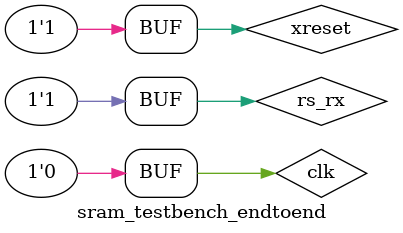
<source format=v>
module sram_testbench_endtoend();

   reg clk;
   reg xreset;
   reg rs_rx;
   wire rs_tx;

   wire check_changed;
   wire [7:0] check_data;

   // for sram
   wire [31:0] ZD;
   wire [3:0]  ZDP;
   wire [19:0] ZA;
   wire [3:0]  XZBE;
   wire [1:0]  ZCLKMA;
   wire XE1, E2A, XE3, XGA, XWA, XZCKE, ADVA, XFT, XLBO, ZZA;

   // debug output
   integer fd;

   fake_sram fake (.ZD(ZD), .ZDP(ZDP), .ZA(ZA), .XE1(XE1), .E2A(E2A), .XE3(XE3),
            .XZBE(XZBE), .XGA(XGA), .XWA(XWA), .XZCKE(XZCKE), .ZCLKMA(ZCLKMA),
            .ADVA(ADVA), .XFT(XFT), .XLBO(XLBO), .ZZA(ZZA));
   
   sram_top dut (.ZD(ZD), .ZDP(ZDP), .ZA(ZA), .XE1(XE1), .E2A(E2A), .XE3(XE3),
            .XZBE(XZBE), .XGA(XGA), .XWA(XWA), .XZCKE(XZCKE), .ZCLKMA(ZCLKMA),
            .ADVA(ADVA), .XFT(XFT), .XLBO(XLBO), .ZZA(ZZA),

            .CLK(clk), .XRST(xreset), .RS_RX(rs_rx), .RS_TX(rs_tx));

   // in post-map simulation, other modules are not available.
   i232c decoder(.clk(clk), .enable(1'b1), .rx(rs_tx), .data(check_data), .changed(check_changed));

   // initialize test by xresetting
   initial begin
      xreset <= 0;
      rs_rx  <= 1;
      #22;
      xreset <= 1;
   end
  
   // geenrate clock to sequence tests
   // 14 ns / clock is realistic
   always begin
      clk <= 1;
      #7;
      clk <= 0;
      #7;
   end

endmodule

</source>
